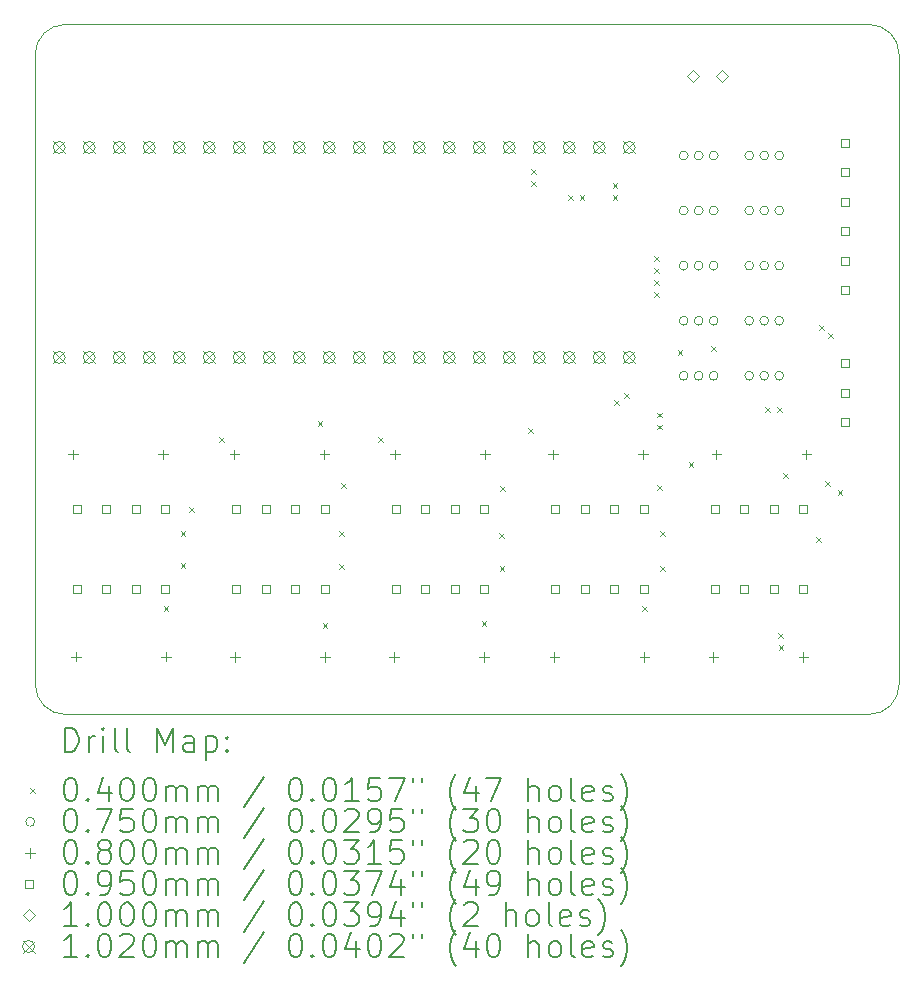
<source format=gbr>
%TF.GenerationSoftware,KiCad,Pcbnew,(6.0.8)*%
%TF.CreationDate,2023-01-23T02:11:04-07:00*%
%TF.ProjectId,PicoIO-THT,5069636f-494f-42d5-9448-542e6b696361,rev?*%
%TF.SameCoordinates,Original*%
%TF.FileFunction,Drillmap*%
%TF.FilePolarity,Positive*%
%FSLAX45Y45*%
G04 Gerber Fmt 4.5, Leading zero omitted, Abs format (unit mm)*
G04 Created by KiCad (PCBNEW (6.0.8)) date 2023-01-23 02:11:04*
%MOMM*%
%LPD*%
G01*
G04 APERTURE LIST*
%ADD10C,0.100000*%
%ADD11C,0.200000*%
%ADD12C,0.040000*%
%ADD13C,0.075000*%
%ADD14C,0.080000*%
%ADD15C,0.095000*%
%ADD16C,0.102000*%
G04 APERTURE END LIST*
D10*
X10996000Y-12134100D02*
G75*
G03*
X11250000Y-12388100I254000J0D01*
G01*
X18057200Y-12388100D02*
G75*
G03*
X18311200Y-12134100I-10J254010D01*
G01*
X18311200Y-6800100D02*
G75*
G03*
X18057200Y-6546100I-254000J0D01*
G01*
X18311200Y-12134100D02*
X18311200Y-6800100D01*
X10996000Y-6800100D02*
X10996000Y-12134100D01*
X11250000Y-6546100D02*
G75*
G03*
X10996000Y-6800100I0J-254000D01*
G01*
X11250000Y-12388100D02*
X18057200Y-12388100D01*
X11250000Y-6546100D02*
X18057200Y-6546100D01*
D11*
D12*
X12083100Y-11473500D02*
X12123100Y-11513500D01*
X12123100Y-11473500D02*
X12083100Y-11513500D01*
X12228000Y-10838500D02*
X12268000Y-10878500D01*
X12268000Y-10838500D02*
X12228000Y-10878500D01*
X12228000Y-11105200D02*
X12268000Y-11145200D01*
X12268000Y-11105200D02*
X12228000Y-11145200D01*
X12300450Y-10635300D02*
X12340450Y-10675300D01*
X12340450Y-10635300D02*
X12300450Y-10675300D01*
X12553000Y-10038400D02*
X12593000Y-10078400D01*
X12593000Y-10038400D02*
X12553000Y-10078400D01*
X13388485Y-9907135D02*
X13428485Y-9947135D01*
X13428485Y-9907135D02*
X13388485Y-9947135D01*
X13429300Y-11613200D02*
X13469300Y-11653200D01*
X13469300Y-11613200D02*
X13429300Y-11653200D01*
X13568000Y-10838500D02*
X13608000Y-10878500D01*
X13608000Y-10838500D02*
X13568000Y-10878500D01*
X13569000Y-11117900D02*
X13609000Y-11157900D01*
X13609000Y-11117900D02*
X13569000Y-11157900D01*
X13588630Y-10431470D02*
X13628630Y-10471470D01*
X13628630Y-10431470D02*
X13588630Y-10471470D01*
X13900750Y-10038400D02*
X13940750Y-10078400D01*
X13940750Y-10038400D02*
X13900750Y-10078400D01*
X14775500Y-11600500D02*
X14815500Y-11640500D01*
X14815500Y-11600500D02*
X14775500Y-11640500D01*
X14926742Y-10850042D02*
X14966742Y-10890042D01*
X14966742Y-10850042D02*
X14926742Y-10890042D01*
X14927900Y-11130600D02*
X14967900Y-11170600D01*
X14967900Y-11130600D02*
X14927900Y-11170600D01*
X14931280Y-10454120D02*
X14971280Y-10494120D01*
X14971280Y-10454120D02*
X14931280Y-10494120D01*
X15170750Y-9962200D02*
X15210750Y-10002200D01*
X15210750Y-9962200D02*
X15170750Y-10002200D01*
X15194600Y-7774050D02*
X15234600Y-7814050D01*
X15234600Y-7774050D02*
X15194600Y-7814050D01*
X15194600Y-7874000D02*
X15234600Y-7914000D01*
X15234600Y-7874000D02*
X15194600Y-7914000D01*
X15505600Y-7993700D02*
X15545600Y-8033700D01*
X15545600Y-7993700D02*
X15505600Y-8033700D01*
X15605550Y-7993700D02*
X15645550Y-8033700D01*
X15645550Y-7993700D02*
X15605550Y-8033700D01*
X15885450Y-7888150D02*
X15925450Y-7928150D01*
X15925450Y-7888150D02*
X15885450Y-7928150D01*
X15885450Y-7993700D02*
X15925450Y-8033700D01*
X15925450Y-7993700D02*
X15885450Y-8033700D01*
X15899880Y-9727680D02*
X15939880Y-9767680D01*
X15939880Y-9727680D02*
X15899880Y-9767680D01*
X15981824Y-9670450D02*
X16021824Y-9710450D01*
X16021824Y-9670450D02*
X15981824Y-9710450D01*
X16134400Y-11473500D02*
X16174400Y-11513500D01*
X16174400Y-11473500D02*
X16134400Y-11513500D01*
X16236050Y-8505189D02*
X16276050Y-8545189D01*
X16276050Y-8505189D02*
X16236050Y-8545189D01*
X16237263Y-8606435D02*
X16277263Y-8646435D01*
X16277263Y-8606435D02*
X16237263Y-8646435D01*
X16237483Y-8708675D02*
X16277483Y-8748675D01*
X16277483Y-8708675D02*
X16237483Y-8748675D01*
X16237977Y-8810641D02*
X16277977Y-8850641D01*
X16277977Y-8810641D02*
X16237977Y-8850641D01*
X16259095Y-9832895D02*
X16299095Y-9872895D01*
X16299095Y-9832895D02*
X16259095Y-9872895D01*
X16259955Y-9934495D02*
X16299955Y-9974495D01*
X16299955Y-9934495D02*
X16259955Y-9974495D01*
X16261680Y-10444520D02*
X16301680Y-10484520D01*
X16301680Y-10444520D02*
X16261680Y-10484520D01*
X16288000Y-10838500D02*
X16328000Y-10878500D01*
X16328000Y-10838500D02*
X16288000Y-10878500D01*
X16288000Y-11130600D02*
X16328000Y-11170600D01*
X16328000Y-11130600D02*
X16288000Y-11170600D01*
X16435450Y-9305550D02*
X16475450Y-9345550D01*
X16475450Y-9305550D02*
X16435450Y-9345550D01*
X16528000Y-10253300D02*
X16568000Y-10293300D01*
X16568000Y-10253300D02*
X16528000Y-10293300D01*
X16718600Y-9272650D02*
X16758600Y-9312650D01*
X16758600Y-9272650D02*
X16718600Y-9312650D01*
X17177450Y-9784400D02*
X17217450Y-9824400D01*
X17217450Y-9784400D02*
X17177450Y-9824400D01*
X17277400Y-9784400D02*
X17317400Y-9824400D01*
X17317400Y-9784400D02*
X17277400Y-9824400D01*
X17289105Y-11701375D02*
X17329105Y-11741375D01*
X17329105Y-11701375D02*
X17289105Y-11741375D01*
X17291605Y-11801335D02*
X17331605Y-11841335D01*
X17331605Y-11801335D02*
X17291605Y-11841335D01*
X17327770Y-10343630D02*
X17367770Y-10383630D01*
X17367770Y-10343630D02*
X17327770Y-10383630D01*
X17607600Y-10888350D02*
X17647600Y-10928350D01*
X17647600Y-10888350D02*
X17607600Y-10928350D01*
X17633000Y-9089723D02*
X17673000Y-9129723D01*
X17673000Y-9089723D02*
X17633000Y-9129723D01*
X17683800Y-10415650D02*
X17723800Y-10455650D01*
X17723800Y-10415650D02*
X17683800Y-10455650D01*
X17709200Y-9159350D02*
X17749200Y-9199350D01*
X17749200Y-9159350D02*
X17709200Y-9199350D01*
X17790650Y-10488091D02*
X17830650Y-10528091D01*
X17830650Y-10488091D02*
X17790650Y-10528091D01*
D13*
X16523400Y-8588000D02*
G75*
G03*
X16523400Y-8588000I-37500J0D01*
G01*
X16523400Y-9520000D02*
G75*
G03*
X16523400Y-9520000I-37500J0D01*
G01*
X16523500Y-7656000D02*
G75*
G03*
X16523500Y-7656000I-37500J0D01*
G01*
X16523500Y-8122000D02*
G75*
G03*
X16523500Y-8122000I-37500J0D01*
G01*
X16523500Y-9054000D02*
G75*
G03*
X16523500Y-9054000I-37500J0D01*
G01*
X16650400Y-8588000D02*
G75*
G03*
X16650400Y-8588000I-37500J0D01*
G01*
X16650400Y-9520000D02*
G75*
G03*
X16650400Y-9520000I-37500J0D01*
G01*
X16650500Y-7656000D02*
G75*
G03*
X16650500Y-7656000I-37500J0D01*
G01*
X16650500Y-8122000D02*
G75*
G03*
X16650500Y-8122000I-37500J0D01*
G01*
X16650500Y-9054000D02*
G75*
G03*
X16650500Y-9054000I-37500J0D01*
G01*
X16777400Y-8588000D02*
G75*
G03*
X16777400Y-8588000I-37500J0D01*
G01*
X16777400Y-9520000D02*
G75*
G03*
X16777400Y-9520000I-37500J0D01*
G01*
X16777500Y-7656000D02*
G75*
G03*
X16777500Y-7656000I-37500J0D01*
G01*
X16777500Y-8122000D02*
G75*
G03*
X16777500Y-8122000I-37500J0D01*
G01*
X16777500Y-9054000D02*
G75*
G03*
X16777500Y-9054000I-37500J0D01*
G01*
X17079500Y-7656000D02*
G75*
G03*
X17079500Y-7656000I-37500J0D01*
G01*
X17079500Y-8122000D02*
G75*
G03*
X17079500Y-8122000I-37500J0D01*
G01*
X17079500Y-8588000D02*
G75*
G03*
X17079500Y-8588000I-37500J0D01*
G01*
X17079500Y-9520000D02*
G75*
G03*
X17079500Y-9520000I-37500J0D01*
G01*
X17079680Y-9054000D02*
G75*
G03*
X17079680Y-9054000I-37500J0D01*
G01*
X17206500Y-7656000D02*
G75*
G03*
X17206500Y-7656000I-37500J0D01*
G01*
X17206500Y-8122000D02*
G75*
G03*
X17206500Y-8122000I-37500J0D01*
G01*
X17206500Y-8588000D02*
G75*
G03*
X17206500Y-8588000I-37500J0D01*
G01*
X17206500Y-9520000D02*
G75*
G03*
X17206500Y-9520000I-37500J0D01*
G01*
X17206680Y-9054000D02*
G75*
G03*
X17206680Y-9054000I-37500J0D01*
G01*
X17333500Y-7656000D02*
G75*
G03*
X17333500Y-7656000I-37500J0D01*
G01*
X17333500Y-8122000D02*
G75*
G03*
X17333500Y-8122000I-37500J0D01*
G01*
X17333500Y-8588000D02*
G75*
G03*
X17333500Y-8588000I-37500J0D01*
G01*
X17333500Y-9520000D02*
G75*
G03*
X17333500Y-9520000I-37500J0D01*
G01*
X17333680Y-9054000D02*
G75*
G03*
X17333680Y-9054000I-37500J0D01*
G01*
D14*
X11315700Y-10145000D02*
X11315700Y-10225000D01*
X11275700Y-10185000D02*
X11355700Y-10185000D01*
X11341000Y-11859000D02*
X11341000Y-11939000D01*
X11301000Y-11899000D02*
X11381000Y-11899000D01*
X12077700Y-10145000D02*
X12077700Y-10225000D01*
X12037700Y-10185000D02*
X12117700Y-10185000D01*
X12103000Y-11859000D02*
X12103000Y-11939000D01*
X12063000Y-11899000D02*
X12143000Y-11899000D01*
X12681500Y-10145000D02*
X12681500Y-10225000D01*
X12641500Y-10185000D02*
X12721500Y-10185000D01*
X12688000Y-11859900D02*
X12688000Y-11939900D01*
X12648000Y-11899900D02*
X12728000Y-11899900D01*
X13443500Y-10145000D02*
X13443500Y-10225000D01*
X13403500Y-10185000D02*
X13483500Y-10185000D01*
X13450000Y-11859900D02*
X13450000Y-11939900D01*
X13410000Y-11899900D02*
X13490000Y-11899900D01*
X14033500Y-11859900D02*
X14033500Y-11939900D01*
X13993500Y-11899900D02*
X14073500Y-11899900D01*
X14042500Y-10145000D02*
X14042500Y-10225000D01*
X14002500Y-10185000D02*
X14082500Y-10185000D01*
X14795500Y-11859900D02*
X14795500Y-11939900D01*
X14755500Y-11899900D02*
X14835500Y-11899900D01*
X14804500Y-10145000D02*
X14804500Y-10225000D01*
X14764500Y-10185000D02*
X14844500Y-10185000D01*
X15379000Y-10145000D02*
X15379000Y-10225000D01*
X15339000Y-10185000D02*
X15419000Y-10185000D01*
X15392400Y-11859900D02*
X15392400Y-11939900D01*
X15352400Y-11899900D02*
X15432400Y-11899900D01*
X16141000Y-10145000D02*
X16141000Y-10225000D01*
X16101000Y-10185000D02*
X16181000Y-10185000D01*
X16154400Y-11859900D02*
X16154400Y-11939900D01*
X16114400Y-11899900D02*
X16194400Y-11899900D01*
X16738600Y-11859900D02*
X16738600Y-11939900D01*
X16698600Y-11899900D02*
X16778600Y-11899900D01*
X16764000Y-10145000D02*
X16764000Y-10225000D01*
X16724000Y-10185000D02*
X16804000Y-10185000D01*
X17500600Y-11859900D02*
X17500600Y-11939900D01*
X17460600Y-11899900D02*
X17540600Y-11899900D01*
X17526000Y-10145000D02*
X17526000Y-10225000D01*
X17486000Y-10185000D02*
X17566000Y-10185000D01*
D15*
X11381588Y-10684388D02*
X11381588Y-10617212D01*
X11314412Y-10617212D01*
X11314412Y-10684388D01*
X11381588Y-10684388D01*
X11381588Y-11361888D02*
X11381588Y-11294712D01*
X11314412Y-11294712D01*
X11314412Y-11361888D01*
X11381588Y-11361888D01*
X11631588Y-10684388D02*
X11631588Y-10617212D01*
X11564412Y-10617212D01*
X11564412Y-10684388D01*
X11631588Y-10684388D01*
X11631588Y-11361888D02*
X11631588Y-11294712D01*
X11564412Y-11294712D01*
X11564412Y-11361888D01*
X11631588Y-11361888D01*
X11881588Y-10684388D02*
X11881588Y-10617212D01*
X11814412Y-10617212D01*
X11814412Y-10684388D01*
X11881588Y-10684388D01*
X11881588Y-11361888D02*
X11881588Y-11294712D01*
X11814412Y-11294712D01*
X11814412Y-11361888D01*
X11881588Y-11361888D01*
X12131588Y-10684388D02*
X12131588Y-10617212D01*
X12064412Y-10617212D01*
X12064412Y-10684388D01*
X12131588Y-10684388D01*
X12131588Y-11361888D02*
X12131588Y-11294712D01*
X12064412Y-11294712D01*
X12064412Y-11361888D01*
X12131588Y-11361888D01*
X12731588Y-10684388D02*
X12731588Y-10617212D01*
X12664412Y-10617212D01*
X12664412Y-10684388D01*
X12731588Y-10684388D01*
X12731588Y-11361888D02*
X12731588Y-11294712D01*
X12664412Y-11294712D01*
X12664412Y-11361888D01*
X12731588Y-11361888D01*
X12981588Y-10684388D02*
X12981588Y-10617212D01*
X12914412Y-10617212D01*
X12914412Y-10684388D01*
X12981588Y-10684388D01*
X12981588Y-11361888D02*
X12981588Y-11294712D01*
X12914412Y-11294712D01*
X12914412Y-11361888D01*
X12981588Y-11361888D01*
X13231588Y-10684388D02*
X13231588Y-10617212D01*
X13164412Y-10617212D01*
X13164412Y-10684388D01*
X13231588Y-10684388D01*
X13231588Y-11361888D02*
X13231588Y-11294712D01*
X13164412Y-11294712D01*
X13164412Y-11361888D01*
X13231588Y-11361888D01*
X13481588Y-10684388D02*
X13481588Y-10617212D01*
X13414412Y-10617212D01*
X13414412Y-10684388D01*
X13481588Y-10684388D01*
X13481588Y-11361888D02*
X13481588Y-11294712D01*
X13414412Y-11294712D01*
X13414412Y-11361888D01*
X13481588Y-11361888D01*
X14081588Y-10684388D02*
X14081588Y-10617212D01*
X14014412Y-10617212D01*
X14014412Y-10684388D01*
X14081588Y-10684388D01*
X14081588Y-11361888D02*
X14081588Y-11294712D01*
X14014412Y-11294712D01*
X14014412Y-11361888D01*
X14081588Y-11361888D01*
X14331588Y-10684388D02*
X14331588Y-10617212D01*
X14264412Y-10617212D01*
X14264412Y-10684388D01*
X14331588Y-10684388D01*
X14331588Y-11361888D02*
X14331588Y-11294712D01*
X14264412Y-11294712D01*
X14264412Y-11361888D01*
X14331588Y-11361888D01*
X14581588Y-10684388D02*
X14581588Y-10617212D01*
X14514412Y-10617212D01*
X14514412Y-10684388D01*
X14581588Y-10684388D01*
X14581588Y-11361888D02*
X14581588Y-11294712D01*
X14514412Y-11294712D01*
X14514412Y-11361888D01*
X14581588Y-11361888D01*
X14831588Y-10684388D02*
X14831588Y-10617212D01*
X14764412Y-10617212D01*
X14764412Y-10684388D01*
X14831588Y-10684388D01*
X14831588Y-11361888D02*
X14831588Y-11294712D01*
X14764412Y-11294712D01*
X14764412Y-11361888D01*
X14831588Y-11361888D01*
X15431588Y-10684388D02*
X15431588Y-10617212D01*
X15364412Y-10617212D01*
X15364412Y-10684388D01*
X15431588Y-10684388D01*
X15431588Y-11361888D02*
X15431588Y-11294712D01*
X15364412Y-11294712D01*
X15364412Y-11361888D01*
X15431588Y-11361888D01*
X15681588Y-10684388D02*
X15681588Y-10617212D01*
X15614412Y-10617212D01*
X15614412Y-10684388D01*
X15681588Y-10684388D01*
X15681588Y-11361888D02*
X15681588Y-11294712D01*
X15614412Y-11294712D01*
X15614412Y-11361888D01*
X15681588Y-11361888D01*
X15931588Y-10684388D02*
X15931588Y-10617212D01*
X15864412Y-10617212D01*
X15864412Y-10684388D01*
X15931588Y-10684388D01*
X15931588Y-11361888D02*
X15931588Y-11294712D01*
X15864412Y-11294712D01*
X15864412Y-11361888D01*
X15931588Y-11361888D01*
X16181588Y-10684388D02*
X16181588Y-10617212D01*
X16114412Y-10617212D01*
X16114412Y-10684388D01*
X16181588Y-10684388D01*
X16181588Y-11361888D02*
X16181588Y-11294712D01*
X16114412Y-11294712D01*
X16114412Y-11361888D01*
X16181588Y-11361888D01*
X16781588Y-10684388D02*
X16781588Y-10617212D01*
X16714412Y-10617212D01*
X16714412Y-10684388D01*
X16781588Y-10684388D01*
X16781588Y-11361888D02*
X16781588Y-11294712D01*
X16714412Y-11294712D01*
X16714412Y-11361888D01*
X16781588Y-11361888D01*
X17031588Y-10684388D02*
X17031588Y-10617212D01*
X16964412Y-10617212D01*
X16964412Y-10684388D01*
X17031588Y-10684388D01*
X17031588Y-11361888D02*
X17031588Y-11294712D01*
X16964412Y-11294712D01*
X16964412Y-11361888D01*
X17031588Y-11361888D01*
X17281588Y-10684388D02*
X17281588Y-10617212D01*
X17214412Y-10617212D01*
X17214412Y-10684388D01*
X17281588Y-10684388D01*
X17281588Y-11361888D02*
X17281588Y-11294712D01*
X17214412Y-11294712D01*
X17214412Y-11361888D01*
X17281588Y-11361888D01*
X17531588Y-10684388D02*
X17531588Y-10617212D01*
X17464412Y-10617212D01*
X17464412Y-10684388D01*
X17531588Y-10684388D01*
X17531588Y-11361888D02*
X17531588Y-11294712D01*
X17464412Y-11294712D01*
X17464412Y-11361888D01*
X17531588Y-11361888D01*
X17885888Y-9447888D02*
X17885888Y-9380712D01*
X17818712Y-9380712D01*
X17818712Y-9447888D01*
X17885888Y-9447888D01*
X17885888Y-9697888D02*
X17885888Y-9630712D01*
X17818712Y-9630712D01*
X17818712Y-9697888D01*
X17885888Y-9697888D01*
X17885888Y-9947888D02*
X17885888Y-9880712D01*
X17818712Y-9880712D01*
X17818712Y-9947888D01*
X17885888Y-9947888D01*
X17887588Y-7580288D02*
X17887588Y-7513112D01*
X17820412Y-7513112D01*
X17820412Y-7580288D01*
X17887588Y-7580288D01*
X17887588Y-7830288D02*
X17887588Y-7763112D01*
X17820412Y-7763112D01*
X17820412Y-7830288D01*
X17887588Y-7830288D01*
X17887588Y-8080288D02*
X17887588Y-8013112D01*
X17820412Y-8013112D01*
X17820412Y-8080288D01*
X17887588Y-8080288D01*
X17887588Y-8330288D02*
X17887588Y-8263112D01*
X17820412Y-8263112D01*
X17820412Y-8330288D01*
X17887588Y-8330288D01*
X17887588Y-8580288D02*
X17887588Y-8513112D01*
X17820412Y-8513112D01*
X17820412Y-8580288D01*
X17887588Y-8580288D01*
X17887588Y-8830288D02*
X17887588Y-8763112D01*
X17820412Y-8763112D01*
X17820412Y-8830288D01*
X17887588Y-8830288D01*
D10*
X16562600Y-7029600D02*
X16612600Y-6979600D01*
X16562600Y-6929600D01*
X16512600Y-6979600D01*
X16562600Y-7029600D01*
X16812600Y-7029600D02*
X16862600Y-6979600D01*
X16812600Y-6929600D01*
X16762600Y-6979600D01*
X16812600Y-7029600D01*
D16*
X11148200Y-7536500D02*
X11250200Y-7638500D01*
X11250200Y-7536500D02*
X11148200Y-7638500D01*
X11250200Y-7587500D02*
G75*
G03*
X11250200Y-7587500I-51000J0D01*
G01*
X11148200Y-9314500D02*
X11250200Y-9416500D01*
X11250200Y-9314500D02*
X11148200Y-9416500D01*
X11250200Y-9365500D02*
G75*
G03*
X11250200Y-9365500I-51000J0D01*
G01*
X11402200Y-7536500D02*
X11504200Y-7638500D01*
X11504200Y-7536500D02*
X11402200Y-7638500D01*
X11504200Y-7587500D02*
G75*
G03*
X11504200Y-7587500I-51000J0D01*
G01*
X11402200Y-9314500D02*
X11504200Y-9416500D01*
X11504200Y-9314500D02*
X11402200Y-9416500D01*
X11504200Y-9365500D02*
G75*
G03*
X11504200Y-9365500I-51000J0D01*
G01*
X11656200Y-7536500D02*
X11758200Y-7638500D01*
X11758200Y-7536500D02*
X11656200Y-7638500D01*
X11758200Y-7587500D02*
G75*
G03*
X11758200Y-7587500I-51000J0D01*
G01*
X11656200Y-9314500D02*
X11758200Y-9416500D01*
X11758200Y-9314500D02*
X11656200Y-9416500D01*
X11758200Y-9365500D02*
G75*
G03*
X11758200Y-9365500I-51000J0D01*
G01*
X11910200Y-7536500D02*
X12012200Y-7638500D01*
X12012200Y-7536500D02*
X11910200Y-7638500D01*
X12012200Y-7587500D02*
G75*
G03*
X12012200Y-7587500I-51000J0D01*
G01*
X11910200Y-9314500D02*
X12012200Y-9416500D01*
X12012200Y-9314500D02*
X11910200Y-9416500D01*
X12012200Y-9365500D02*
G75*
G03*
X12012200Y-9365500I-51000J0D01*
G01*
X12164200Y-7536500D02*
X12266200Y-7638500D01*
X12266200Y-7536500D02*
X12164200Y-7638500D01*
X12266200Y-7587500D02*
G75*
G03*
X12266200Y-7587500I-51000J0D01*
G01*
X12164200Y-9314500D02*
X12266200Y-9416500D01*
X12266200Y-9314500D02*
X12164200Y-9416500D01*
X12266200Y-9365500D02*
G75*
G03*
X12266200Y-9365500I-51000J0D01*
G01*
X12418200Y-7536500D02*
X12520200Y-7638500D01*
X12520200Y-7536500D02*
X12418200Y-7638500D01*
X12520200Y-7587500D02*
G75*
G03*
X12520200Y-7587500I-51000J0D01*
G01*
X12418200Y-9314500D02*
X12520200Y-9416500D01*
X12520200Y-9314500D02*
X12418200Y-9416500D01*
X12520200Y-9365500D02*
G75*
G03*
X12520200Y-9365500I-51000J0D01*
G01*
X12672200Y-7536500D02*
X12774200Y-7638500D01*
X12774200Y-7536500D02*
X12672200Y-7638500D01*
X12774200Y-7587500D02*
G75*
G03*
X12774200Y-7587500I-51000J0D01*
G01*
X12672200Y-9314500D02*
X12774200Y-9416500D01*
X12774200Y-9314500D02*
X12672200Y-9416500D01*
X12774200Y-9365500D02*
G75*
G03*
X12774200Y-9365500I-51000J0D01*
G01*
X12926200Y-7536500D02*
X13028200Y-7638500D01*
X13028200Y-7536500D02*
X12926200Y-7638500D01*
X13028200Y-7587500D02*
G75*
G03*
X13028200Y-7587500I-51000J0D01*
G01*
X12926200Y-9314500D02*
X13028200Y-9416500D01*
X13028200Y-9314500D02*
X12926200Y-9416500D01*
X13028200Y-9365500D02*
G75*
G03*
X13028200Y-9365500I-51000J0D01*
G01*
X13180200Y-7536500D02*
X13282200Y-7638500D01*
X13282200Y-7536500D02*
X13180200Y-7638500D01*
X13282200Y-7587500D02*
G75*
G03*
X13282200Y-7587500I-51000J0D01*
G01*
X13180200Y-9314500D02*
X13282200Y-9416500D01*
X13282200Y-9314500D02*
X13180200Y-9416500D01*
X13282200Y-9365500D02*
G75*
G03*
X13282200Y-9365500I-51000J0D01*
G01*
X13434200Y-7536500D02*
X13536200Y-7638500D01*
X13536200Y-7536500D02*
X13434200Y-7638500D01*
X13536200Y-7587500D02*
G75*
G03*
X13536200Y-7587500I-51000J0D01*
G01*
X13434200Y-9314500D02*
X13536200Y-9416500D01*
X13536200Y-9314500D02*
X13434200Y-9416500D01*
X13536200Y-9365500D02*
G75*
G03*
X13536200Y-9365500I-51000J0D01*
G01*
X13688200Y-7536500D02*
X13790200Y-7638500D01*
X13790200Y-7536500D02*
X13688200Y-7638500D01*
X13790200Y-7587500D02*
G75*
G03*
X13790200Y-7587500I-51000J0D01*
G01*
X13688200Y-9314500D02*
X13790200Y-9416500D01*
X13790200Y-9314500D02*
X13688200Y-9416500D01*
X13790200Y-9365500D02*
G75*
G03*
X13790200Y-9365500I-51000J0D01*
G01*
X13942200Y-7536500D02*
X14044200Y-7638500D01*
X14044200Y-7536500D02*
X13942200Y-7638500D01*
X14044200Y-7587500D02*
G75*
G03*
X14044200Y-7587500I-51000J0D01*
G01*
X13942200Y-9314500D02*
X14044200Y-9416500D01*
X14044200Y-9314500D02*
X13942200Y-9416500D01*
X14044200Y-9365500D02*
G75*
G03*
X14044200Y-9365500I-51000J0D01*
G01*
X14196200Y-7536500D02*
X14298200Y-7638500D01*
X14298200Y-7536500D02*
X14196200Y-7638500D01*
X14298200Y-7587500D02*
G75*
G03*
X14298200Y-7587500I-51000J0D01*
G01*
X14196200Y-9314500D02*
X14298200Y-9416500D01*
X14298200Y-9314500D02*
X14196200Y-9416500D01*
X14298200Y-9365500D02*
G75*
G03*
X14298200Y-9365500I-51000J0D01*
G01*
X14450200Y-7536500D02*
X14552200Y-7638500D01*
X14552200Y-7536500D02*
X14450200Y-7638500D01*
X14552200Y-7587500D02*
G75*
G03*
X14552200Y-7587500I-51000J0D01*
G01*
X14450200Y-9314500D02*
X14552200Y-9416500D01*
X14552200Y-9314500D02*
X14450200Y-9416500D01*
X14552200Y-9365500D02*
G75*
G03*
X14552200Y-9365500I-51000J0D01*
G01*
X14704200Y-7536500D02*
X14806200Y-7638500D01*
X14806200Y-7536500D02*
X14704200Y-7638500D01*
X14806200Y-7587500D02*
G75*
G03*
X14806200Y-7587500I-51000J0D01*
G01*
X14704200Y-9314500D02*
X14806200Y-9416500D01*
X14806200Y-9314500D02*
X14704200Y-9416500D01*
X14806200Y-9365500D02*
G75*
G03*
X14806200Y-9365500I-51000J0D01*
G01*
X14958200Y-7536500D02*
X15060200Y-7638500D01*
X15060200Y-7536500D02*
X14958200Y-7638500D01*
X15060200Y-7587500D02*
G75*
G03*
X15060200Y-7587500I-51000J0D01*
G01*
X14958200Y-9314500D02*
X15060200Y-9416500D01*
X15060200Y-9314500D02*
X14958200Y-9416500D01*
X15060200Y-9365500D02*
G75*
G03*
X15060200Y-9365500I-51000J0D01*
G01*
X15212200Y-7536500D02*
X15314200Y-7638500D01*
X15314200Y-7536500D02*
X15212200Y-7638500D01*
X15314200Y-7587500D02*
G75*
G03*
X15314200Y-7587500I-51000J0D01*
G01*
X15212200Y-9314500D02*
X15314200Y-9416500D01*
X15314200Y-9314500D02*
X15212200Y-9416500D01*
X15314200Y-9365500D02*
G75*
G03*
X15314200Y-9365500I-51000J0D01*
G01*
X15466200Y-7536500D02*
X15568200Y-7638500D01*
X15568200Y-7536500D02*
X15466200Y-7638500D01*
X15568200Y-7587500D02*
G75*
G03*
X15568200Y-7587500I-51000J0D01*
G01*
X15466200Y-9314500D02*
X15568200Y-9416500D01*
X15568200Y-9314500D02*
X15466200Y-9416500D01*
X15568200Y-9365500D02*
G75*
G03*
X15568200Y-9365500I-51000J0D01*
G01*
X15720200Y-7536500D02*
X15822200Y-7638500D01*
X15822200Y-7536500D02*
X15720200Y-7638500D01*
X15822200Y-7587500D02*
G75*
G03*
X15822200Y-7587500I-51000J0D01*
G01*
X15720200Y-9314500D02*
X15822200Y-9416500D01*
X15822200Y-9314500D02*
X15720200Y-9416500D01*
X15822200Y-9365500D02*
G75*
G03*
X15822200Y-9365500I-51000J0D01*
G01*
X15974200Y-7536500D02*
X16076200Y-7638500D01*
X16076200Y-7536500D02*
X15974200Y-7638500D01*
X16076200Y-7587500D02*
G75*
G03*
X16076200Y-7587500I-51000J0D01*
G01*
X15974200Y-9314500D02*
X16076200Y-9416500D01*
X16076200Y-9314500D02*
X15974200Y-9416500D01*
X16076200Y-9365500D02*
G75*
G03*
X16076200Y-9365500I-51000J0D01*
G01*
D11*
X11248619Y-12703576D02*
X11248619Y-12503576D01*
X11296238Y-12503576D01*
X11324809Y-12513100D01*
X11343857Y-12532148D01*
X11353381Y-12551195D01*
X11362905Y-12589290D01*
X11362905Y-12617862D01*
X11353381Y-12655957D01*
X11343857Y-12675005D01*
X11324809Y-12694052D01*
X11296238Y-12703576D01*
X11248619Y-12703576D01*
X11448619Y-12703576D02*
X11448619Y-12570243D01*
X11448619Y-12608338D02*
X11458143Y-12589290D01*
X11467667Y-12579767D01*
X11486714Y-12570243D01*
X11505762Y-12570243D01*
X11572428Y-12703576D02*
X11572428Y-12570243D01*
X11572428Y-12503576D02*
X11562905Y-12513100D01*
X11572428Y-12522624D01*
X11581952Y-12513100D01*
X11572428Y-12503576D01*
X11572428Y-12522624D01*
X11696238Y-12703576D02*
X11677190Y-12694052D01*
X11667667Y-12675005D01*
X11667667Y-12503576D01*
X11801000Y-12703576D02*
X11781952Y-12694052D01*
X11772428Y-12675005D01*
X11772428Y-12503576D01*
X12029571Y-12703576D02*
X12029571Y-12503576D01*
X12096238Y-12646433D01*
X12162905Y-12503576D01*
X12162905Y-12703576D01*
X12343857Y-12703576D02*
X12343857Y-12598814D01*
X12334333Y-12579767D01*
X12315286Y-12570243D01*
X12277190Y-12570243D01*
X12258143Y-12579767D01*
X12343857Y-12694052D02*
X12324809Y-12703576D01*
X12277190Y-12703576D01*
X12258143Y-12694052D01*
X12248619Y-12675005D01*
X12248619Y-12655957D01*
X12258143Y-12636909D01*
X12277190Y-12627386D01*
X12324809Y-12627386D01*
X12343857Y-12617862D01*
X12439095Y-12570243D02*
X12439095Y-12770243D01*
X12439095Y-12579767D02*
X12458143Y-12570243D01*
X12496238Y-12570243D01*
X12515286Y-12579767D01*
X12524809Y-12589290D01*
X12534333Y-12608338D01*
X12534333Y-12665481D01*
X12524809Y-12684528D01*
X12515286Y-12694052D01*
X12496238Y-12703576D01*
X12458143Y-12703576D01*
X12439095Y-12694052D01*
X12620048Y-12684528D02*
X12629571Y-12694052D01*
X12620048Y-12703576D01*
X12610524Y-12694052D01*
X12620048Y-12684528D01*
X12620048Y-12703576D01*
X12620048Y-12579767D02*
X12629571Y-12589290D01*
X12620048Y-12598814D01*
X12610524Y-12589290D01*
X12620048Y-12579767D01*
X12620048Y-12598814D01*
D12*
X10951000Y-13013100D02*
X10991000Y-13053100D01*
X10991000Y-13013100D02*
X10951000Y-13053100D01*
D11*
X11286714Y-12923576D02*
X11305762Y-12923576D01*
X11324809Y-12933100D01*
X11334333Y-12942624D01*
X11343857Y-12961671D01*
X11353381Y-12999767D01*
X11353381Y-13047386D01*
X11343857Y-13085481D01*
X11334333Y-13104528D01*
X11324809Y-13114052D01*
X11305762Y-13123576D01*
X11286714Y-13123576D01*
X11267667Y-13114052D01*
X11258143Y-13104528D01*
X11248619Y-13085481D01*
X11239095Y-13047386D01*
X11239095Y-12999767D01*
X11248619Y-12961671D01*
X11258143Y-12942624D01*
X11267667Y-12933100D01*
X11286714Y-12923576D01*
X11439095Y-13104528D02*
X11448619Y-13114052D01*
X11439095Y-13123576D01*
X11429571Y-13114052D01*
X11439095Y-13104528D01*
X11439095Y-13123576D01*
X11620048Y-12990243D02*
X11620048Y-13123576D01*
X11572428Y-12914052D02*
X11524809Y-13056909D01*
X11648619Y-13056909D01*
X11762905Y-12923576D02*
X11781952Y-12923576D01*
X11801000Y-12933100D01*
X11810524Y-12942624D01*
X11820048Y-12961671D01*
X11829571Y-12999767D01*
X11829571Y-13047386D01*
X11820048Y-13085481D01*
X11810524Y-13104528D01*
X11801000Y-13114052D01*
X11781952Y-13123576D01*
X11762905Y-13123576D01*
X11743857Y-13114052D01*
X11734333Y-13104528D01*
X11724809Y-13085481D01*
X11715286Y-13047386D01*
X11715286Y-12999767D01*
X11724809Y-12961671D01*
X11734333Y-12942624D01*
X11743857Y-12933100D01*
X11762905Y-12923576D01*
X11953381Y-12923576D02*
X11972428Y-12923576D01*
X11991476Y-12933100D01*
X12001000Y-12942624D01*
X12010524Y-12961671D01*
X12020048Y-12999767D01*
X12020048Y-13047386D01*
X12010524Y-13085481D01*
X12001000Y-13104528D01*
X11991476Y-13114052D01*
X11972428Y-13123576D01*
X11953381Y-13123576D01*
X11934333Y-13114052D01*
X11924809Y-13104528D01*
X11915286Y-13085481D01*
X11905762Y-13047386D01*
X11905762Y-12999767D01*
X11915286Y-12961671D01*
X11924809Y-12942624D01*
X11934333Y-12933100D01*
X11953381Y-12923576D01*
X12105762Y-13123576D02*
X12105762Y-12990243D01*
X12105762Y-13009290D02*
X12115286Y-12999767D01*
X12134333Y-12990243D01*
X12162905Y-12990243D01*
X12181952Y-12999767D01*
X12191476Y-13018814D01*
X12191476Y-13123576D01*
X12191476Y-13018814D02*
X12201000Y-12999767D01*
X12220048Y-12990243D01*
X12248619Y-12990243D01*
X12267667Y-12999767D01*
X12277190Y-13018814D01*
X12277190Y-13123576D01*
X12372428Y-13123576D02*
X12372428Y-12990243D01*
X12372428Y-13009290D02*
X12381952Y-12999767D01*
X12401000Y-12990243D01*
X12429571Y-12990243D01*
X12448619Y-12999767D01*
X12458143Y-13018814D01*
X12458143Y-13123576D01*
X12458143Y-13018814D02*
X12467667Y-12999767D01*
X12486714Y-12990243D01*
X12515286Y-12990243D01*
X12534333Y-12999767D01*
X12543857Y-13018814D01*
X12543857Y-13123576D01*
X12934333Y-12914052D02*
X12762905Y-13171195D01*
X13191476Y-12923576D02*
X13210524Y-12923576D01*
X13229571Y-12933100D01*
X13239095Y-12942624D01*
X13248619Y-12961671D01*
X13258143Y-12999767D01*
X13258143Y-13047386D01*
X13248619Y-13085481D01*
X13239095Y-13104528D01*
X13229571Y-13114052D01*
X13210524Y-13123576D01*
X13191476Y-13123576D01*
X13172428Y-13114052D01*
X13162905Y-13104528D01*
X13153381Y-13085481D01*
X13143857Y-13047386D01*
X13143857Y-12999767D01*
X13153381Y-12961671D01*
X13162905Y-12942624D01*
X13172428Y-12933100D01*
X13191476Y-12923576D01*
X13343857Y-13104528D02*
X13353381Y-13114052D01*
X13343857Y-13123576D01*
X13334333Y-13114052D01*
X13343857Y-13104528D01*
X13343857Y-13123576D01*
X13477190Y-12923576D02*
X13496238Y-12923576D01*
X13515286Y-12933100D01*
X13524809Y-12942624D01*
X13534333Y-12961671D01*
X13543857Y-12999767D01*
X13543857Y-13047386D01*
X13534333Y-13085481D01*
X13524809Y-13104528D01*
X13515286Y-13114052D01*
X13496238Y-13123576D01*
X13477190Y-13123576D01*
X13458143Y-13114052D01*
X13448619Y-13104528D01*
X13439095Y-13085481D01*
X13429571Y-13047386D01*
X13429571Y-12999767D01*
X13439095Y-12961671D01*
X13448619Y-12942624D01*
X13458143Y-12933100D01*
X13477190Y-12923576D01*
X13734333Y-13123576D02*
X13620048Y-13123576D01*
X13677190Y-13123576D02*
X13677190Y-12923576D01*
X13658143Y-12952148D01*
X13639095Y-12971195D01*
X13620048Y-12980719D01*
X13915286Y-12923576D02*
X13820048Y-12923576D01*
X13810524Y-13018814D01*
X13820048Y-13009290D01*
X13839095Y-12999767D01*
X13886714Y-12999767D01*
X13905762Y-13009290D01*
X13915286Y-13018814D01*
X13924809Y-13037862D01*
X13924809Y-13085481D01*
X13915286Y-13104528D01*
X13905762Y-13114052D01*
X13886714Y-13123576D01*
X13839095Y-13123576D01*
X13820048Y-13114052D01*
X13810524Y-13104528D01*
X13991476Y-12923576D02*
X14124809Y-12923576D01*
X14039095Y-13123576D01*
X14191476Y-12923576D02*
X14191476Y-12961671D01*
X14267667Y-12923576D02*
X14267667Y-12961671D01*
X14562905Y-13199767D02*
X14553381Y-13190243D01*
X14534333Y-13161671D01*
X14524809Y-13142624D01*
X14515286Y-13114052D01*
X14505762Y-13066433D01*
X14505762Y-13028338D01*
X14515286Y-12980719D01*
X14524809Y-12952148D01*
X14534333Y-12933100D01*
X14553381Y-12904528D01*
X14562905Y-12895005D01*
X14724809Y-12990243D02*
X14724809Y-13123576D01*
X14677190Y-12914052D02*
X14629571Y-13056909D01*
X14753381Y-13056909D01*
X14810524Y-12923576D02*
X14943857Y-12923576D01*
X14858143Y-13123576D01*
X15172428Y-13123576D02*
X15172428Y-12923576D01*
X15258143Y-13123576D02*
X15258143Y-13018814D01*
X15248619Y-12999767D01*
X15229571Y-12990243D01*
X15201000Y-12990243D01*
X15181952Y-12999767D01*
X15172428Y-13009290D01*
X15381952Y-13123576D02*
X15362905Y-13114052D01*
X15353381Y-13104528D01*
X15343857Y-13085481D01*
X15343857Y-13028338D01*
X15353381Y-13009290D01*
X15362905Y-12999767D01*
X15381952Y-12990243D01*
X15410524Y-12990243D01*
X15429571Y-12999767D01*
X15439095Y-13009290D01*
X15448619Y-13028338D01*
X15448619Y-13085481D01*
X15439095Y-13104528D01*
X15429571Y-13114052D01*
X15410524Y-13123576D01*
X15381952Y-13123576D01*
X15562905Y-13123576D02*
X15543857Y-13114052D01*
X15534333Y-13095005D01*
X15534333Y-12923576D01*
X15715286Y-13114052D02*
X15696238Y-13123576D01*
X15658143Y-13123576D01*
X15639095Y-13114052D01*
X15629571Y-13095005D01*
X15629571Y-13018814D01*
X15639095Y-12999767D01*
X15658143Y-12990243D01*
X15696238Y-12990243D01*
X15715286Y-12999767D01*
X15724809Y-13018814D01*
X15724809Y-13037862D01*
X15629571Y-13056909D01*
X15801000Y-13114052D02*
X15820048Y-13123576D01*
X15858143Y-13123576D01*
X15877190Y-13114052D01*
X15886714Y-13095005D01*
X15886714Y-13085481D01*
X15877190Y-13066433D01*
X15858143Y-13056909D01*
X15829571Y-13056909D01*
X15810524Y-13047386D01*
X15801000Y-13028338D01*
X15801000Y-13018814D01*
X15810524Y-12999767D01*
X15829571Y-12990243D01*
X15858143Y-12990243D01*
X15877190Y-12999767D01*
X15953381Y-13199767D02*
X15962905Y-13190243D01*
X15981952Y-13161671D01*
X15991476Y-13142624D01*
X16001000Y-13114052D01*
X16010524Y-13066433D01*
X16010524Y-13028338D01*
X16001000Y-12980719D01*
X15991476Y-12952148D01*
X15981952Y-12933100D01*
X15962905Y-12904528D01*
X15953381Y-12895005D01*
D13*
X10991000Y-13297100D02*
G75*
G03*
X10991000Y-13297100I-37500J0D01*
G01*
D11*
X11286714Y-13187576D02*
X11305762Y-13187576D01*
X11324809Y-13197100D01*
X11334333Y-13206624D01*
X11343857Y-13225671D01*
X11353381Y-13263767D01*
X11353381Y-13311386D01*
X11343857Y-13349481D01*
X11334333Y-13368528D01*
X11324809Y-13378052D01*
X11305762Y-13387576D01*
X11286714Y-13387576D01*
X11267667Y-13378052D01*
X11258143Y-13368528D01*
X11248619Y-13349481D01*
X11239095Y-13311386D01*
X11239095Y-13263767D01*
X11248619Y-13225671D01*
X11258143Y-13206624D01*
X11267667Y-13197100D01*
X11286714Y-13187576D01*
X11439095Y-13368528D02*
X11448619Y-13378052D01*
X11439095Y-13387576D01*
X11429571Y-13378052D01*
X11439095Y-13368528D01*
X11439095Y-13387576D01*
X11515286Y-13187576D02*
X11648619Y-13187576D01*
X11562905Y-13387576D01*
X11820048Y-13187576D02*
X11724809Y-13187576D01*
X11715286Y-13282814D01*
X11724809Y-13273290D01*
X11743857Y-13263767D01*
X11791476Y-13263767D01*
X11810524Y-13273290D01*
X11820048Y-13282814D01*
X11829571Y-13301862D01*
X11829571Y-13349481D01*
X11820048Y-13368528D01*
X11810524Y-13378052D01*
X11791476Y-13387576D01*
X11743857Y-13387576D01*
X11724809Y-13378052D01*
X11715286Y-13368528D01*
X11953381Y-13187576D02*
X11972428Y-13187576D01*
X11991476Y-13197100D01*
X12001000Y-13206624D01*
X12010524Y-13225671D01*
X12020048Y-13263767D01*
X12020048Y-13311386D01*
X12010524Y-13349481D01*
X12001000Y-13368528D01*
X11991476Y-13378052D01*
X11972428Y-13387576D01*
X11953381Y-13387576D01*
X11934333Y-13378052D01*
X11924809Y-13368528D01*
X11915286Y-13349481D01*
X11905762Y-13311386D01*
X11905762Y-13263767D01*
X11915286Y-13225671D01*
X11924809Y-13206624D01*
X11934333Y-13197100D01*
X11953381Y-13187576D01*
X12105762Y-13387576D02*
X12105762Y-13254243D01*
X12105762Y-13273290D02*
X12115286Y-13263767D01*
X12134333Y-13254243D01*
X12162905Y-13254243D01*
X12181952Y-13263767D01*
X12191476Y-13282814D01*
X12191476Y-13387576D01*
X12191476Y-13282814D02*
X12201000Y-13263767D01*
X12220048Y-13254243D01*
X12248619Y-13254243D01*
X12267667Y-13263767D01*
X12277190Y-13282814D01*
X12277190Y-13387576D01*
X12372428Y-13387576D02*
X12372428Y-13254243D01*
X12372428Y-13273290D02*
X12381952Y-13263767D01*
X12401000Y-13254243D01*
X12429571Y-13254243D01*
X12448619Y-13263767D01*
X12458143Y-13282814D01*
X12458143Y-13387576D01*
X12458143Y-13282814D02*
X12467667Y-13263767D01*
X12486714Y-13254243D01*
X12515286Y-13254243D01*
X12534333Y-13263767D01*
X12543857Y-13282814D01*
X12543857Y-13387576D01*
X12934333Y-13178052D02*
X12762905Y-13435195D01*
X13191476Y-13187576D02*
X13210524Y-13187576D01*
X13229571Y-13197100D01*
X13239095Y-13206624D01*
X13248619Y-13225671D01*
X13258143Y-13263767D01*
X13258143Y-13311386D01*
X13248619Y-13349481D01*
X13239095Y-13368528D01*
X13229571Y-13378052D01*
X13210524Y-13387576D01*
X13191476Y-13387576D01*
X13172428Y-13378052D01*
X13162905Y-13368528D01*
X13153381Y-13349481D01*
X13143857Y-13311386D01*
X13143857Y-13263767D01*
X13153381Y-13225671D01*
X13162905Y-13206624D01*
X13172428Y-13197100D01*
X13191476Y-13187576D01*
X13343857Y-13368528D02*
X13353381Y-13378052D01*
X13343857Y-13387576D01*
X13334333Y-13378052D01*
X13343857Y-13368528D01*
X13343857Y-13387576D01*
X13477190Y-13187576D02*
X13496238Y-13187576D01*
X13515286Y-13197100D01*
X13524809Y-13206624D01*
X13534333Y-13225671D01*
X13543857Y-13263767D01*
X13543857Y-13311386D01*
X13534333Y-13349481D01*
X13524809Y-13368528D01*
X13515286Y-13378052D01*
X13496238Y-13387576D01*
X13477190Y-13387576D01*
X13458143Y-13378052D01*
X13448619Y-13368528D01*
X13439095Y-13349481D01*
X13429571Y-13311386D01*
X13429571Y-13263767D01*
X13439095Y-13225671D01*
X13448619Y-13206624D01*
X13458143Y-13197100D01*
X13477190Y-13187576D01*
X13620048Y-13206624D02*
X13629571Y-13197100D01*
X13648619Y-13187576D01*
X13696238Y-13187576D01*
X13715286Y-13197100D01*
X13724809Y-13206624D01*
X13734333Y-13225671D01*
X13734333Y-13244719D01*
X13724809Y-13273290D01*
X13610524Y-13387576D01*
X13734333Y-13387576D01*
X13829571Y-13387576D02*
X13867667Y-13387576D01*
X13886714Y-13378052D01*
X13896238Y-13368528D01*
X13915286Y-13339957D01*
X13924809Y-13301862D01*
X13924809Y-13225671D01*
X13915286Y-13206624D01*
X13905762Y-13197100D01*
X13886714Y-13187576D01*
X13848619Y-13187576D01*
X13829571Y-13197100D01*
X13820048Y-13206624D01*
X13810524Y-13225671D01*
X13810524Y-13273290D01*
X13820048Y-13292338D01*
X13829571Y-13301862D01*
X13848619Y-13311386D01*
X13886714Y-13311386D01*
X13905762Y-13301862D01*
X13915286Y-13292338D01*
X13924809Y-13273290D01*
X14105762Y-13187576D02*
X14010524Y-13187576D01*
X14001000Y-13282814D01*
X14010524Y-13273290D01*
X14029571Y-13263767D01*
X14077190Y-13263767D01*
X14096238Y-13273290D01*
X14105762Y-13282814D01*
X14115286Y-13301862D01*
X14115286Y-13349481D01*
X14105762Y-13368528D01*
X14096238Y-13378052D01*
X14077190Y-13387576D01*
X14029571Y-13387576D01*
X14010524Y-13378052D01*
X14001000Y-13368528D01*
X14191476Y-13187576D02*
X14191476Y-13225671D01*
X14267667Y-13187576D02*
X14267667Y-13225671D01*
X14562905Y-13463767D02*
X14553381Y-13454243D01*
X14534333Y-13425671D01*
X14524809Y-13406624D01*
X14515286Y-13378052D01*
X14505762Y-13330433D01*
X14505762Y-13292338D01*
X14515286Y-13244719D01*
X14524809Y-13216148D01*
X14534333Y-13197100D01*
X14553381Y-13168528D01*
X14562905Y-13159005D01*
X14620048Y-13187576D02*
X14743857Y-13187576D01*
X14677190Y-13263767D01*
X14705762Y-13263767D01*
X14724809Y-13273290D01*
X14734333Y-13282814D01*
X14743857Y-13301862D01*
X14743857Y-13349481D01*
X14734333Y-13368528D01*
X14724809Y-13378052D01*
X14705762Y-13387576D01*
X14648619Y-13387576D01*
X14629571Y-13378052D01*
X14620048Y-13368528D01*
X14867667Y-13187576D02*
X14886714Y-13187576D01*
X14905762Y-13197100D01*
X14915286Y-13206624D01*
X14924809Y-13225671D01*
X14934333Y-13263767D01*
X14934333Y-13311386D01*
X14924809Y-13349481D01*
X14915286Y-13368528D01*
X14905762Y-13378052D01*
X14886714Y-13387576D01*
X14867667Y-13387576D01*
X14848619Y-13378052D01*
X14839095Y-13368528D01*
X14829571Y-13349481D01*
X14820048Y-13311386D01*
X14820048Y-13263767D01*
X14829571Y-13225671D01*
X14839095Y-13206624D01*
X14848619Y-13197100D01*
X14867667Y-13187576D01*
X15172428Y-13387576D02*
X15172428Y-13187576D01*
X15258143Y-13387576D02*
X15258143Y-13282814D01*
X15248619Y-13263767D01*
X15229571Y-13254243D01*
X15201000Y-13254243D01*
X15181952Y-13263767D01*
X15172428Y-13273290D01*
X15381952Y-13387576D02*
X15362905Y-13378052D01*
X15353381Y-13368528D01*
X15343857Y-13349481D01*
X15343857Y-13292338D01*
X15353381Y-13273290D01*
X15362905Y-13263767D01*
X15381952Y-13254243D01*
X15410524Y-13254243D01*
X15429571Y-13263767D01*
X15439095Y-13273290D01*
X15448619Y-13292338D01*
X15448619Y-13349481D01*
X15439095Y-13368528D01*
X15429571Y-13378052D01*
X15410524Y-13387576D01*
X15381952Y-13387576D01*
X15562905Y-13387576D02*
X15543857Y-13378052D01*
X15534333Y-13359005D01*
X15534333Y-13187576D01*
X15715286Y-13378052D02*
X15696238Y-13387576D01*
X15658143Y-13387576D01*
X15639095Y-13378052D01*
X15629571Y-13359005D01*
X15629571Y-13282814D01*
X15639095Y-13263767D01*
X15658143Y-13254243D01*
X15696238Y-13254243D01*
X15715286Y-13263767D01*
X15724809Y-13282814D01*
X15724809Y-13301862D01*
X15629571Y-13320909D01*
X15801000Y-13378052D02*
X15820048Y-13387576D01*
X15858143Y-13387576D01*
X15877190Y-13378052D01*
X15886714Y-13359005D01*
X15886714Y-13349481D01*
X15877190Y-13330433D01*
X15858143Y-13320909D01*
X15829571Y-13320909D01*
X15810524Y-13311386D01*
X15801000Y-13292338D01*
X15801000Y-13282814D01*
X15810524Y-13263767D01*
X15829571Y-13254243D01*
X15858143Y-13254243D01*
X15877190Y-13263767D01*
X15953381Y-13463767D02*
X15962905Y-13454243D01*
X15981952Y-13425671D01*
X15991476Y-13406624D01*
X16001000Y-13378052D01*
X16010524Y-13330433D01*
X16010524Y-13292338D01*
X16001000Y-13244719D01*
X15991476Y-13216148D01*
X15981952Y-13197100D01*
X15962905Y-13168528D01*
X15953381Y-13159005D01*
D14*
X10951000Y-13521100D02*
X10951000Y-13601100D01*
X10911000Y-13561100D02*
X10991000Y-13561100D01*
D11*
X11286714Y-13451576D02*
X11305762Y-13451576D01*
X11324809Y-13461100D01*
X11334333Y-13470624D01*
X11343857Y-13489671D01*
X11353381Y-13527767D01*
X11353381Y-13575386D01*
X11343857Y-13613481D01*
X11334333Y-13632528D01*
X11324809Y-13642052D01*
X11305762Y-13651576D01*
X11286714Y-13651576D01*
X11267667Y-13642052D01*
X11258143Y-13632528D01*
X11248619Y-13613481D01*
X11239095Y-13575386D01*
X11239095Y-13527767D01*
X11248619Y-13489671D01*
X11258143Y-13470624D01*
X11267667Y-13461100D01*
X11286714Y-13451576D01*
X11439095Y-13632528D02*
X11448619Y-13642052D01*
X11439095Y-13651576D01*
X11429571Y-13642052D01*
X11439095Y-13632528D01*
X11439095Y-13651576D01*
X11562905Y-13537290D02*
X11543857Y-13527767D01*
X11534333Y-13518243D01*
X11524809Y-13499195D01*
X11524809Y-13489671D01*
X11534333Y-13470624D01*
X11543857Y-13461100D01*
X11562905Y-13451576D01*
X11601000Y-13451576D01*
X11620048Y-13461100D01*
X11629571Y-13470624D01*
X11639095Y-13489671D01*
X11639095Y-13499195D01*
X11629571Y-13518243D01*
X11620048Y-13527767D01*
X11601000Y-13537290D01*
X11562905Y-13537290D01*
X11543857Y-13546814D01*
X11534333Y-13556338D01*
X11524809Y-13575386D01*
X11524809Y-13613481D01*
X11534333Y-13632528D01*
X11543857Y-13642052D01*
X11562905Y-13651576D01*
X11601000Y-13651576D01*
X11620048Y-13642052D01*
X11629571Y-13632528D01*
X11639095Y-13613481D01*
X11639095Y-13575386D01*
X11629571Y-13556338D01*
X11620048Y-13546814D01*
X11601000Y-13537290D01*
X11762905Y-13451576D02*
X11781952Y-13451576D01*
X11801000Y-13461100D01*
X11810524Y-13470624D01*
X11820048Y-13489671D01*
X11829571Y-13527767D01*
X11829571Y-13575386D01*
X11820048Y-13613481D01*
X11810524Y-13632528D01*
X11801000Y-13642052D01*
X11781952Y-13651576D01*
X11762905Y-13651576D01*
X11743857Y-13642052D01*
X11734333Y-13632528D01*
X11724809Y-13613481D01*
X11715286Y-13575386D01*
X11715286Y-13527767D01*
X11724809Y-13489671D01*
X11734333Y-13470624D01*
X11743857Y-13461100D01*
X11762905Y-13451576D01*
X11953381Y-13451576D02*
X11972428Y-13451576D01*
X11991476Y-13461100D01*
X12001000Y-13470624D01*
X12010524Y-13489671D01*
X12020048Y-13527767D01*
X12020048Y-13575386D01*
X12010524Y-13613481D01*
X12001000Y-13632528D01*
X11991476Y-13642052D01*
X11972428Y-13651576D01*
X11953381Y-13651576D01*
X11934333Y-13642052D01*
X11924809Y-13632528D01*
X11915286Y-13613481D01*
X11905762Y-13575386D01*
X11905762Y-13527767D01*
X11915286Y-13489671D01*
X11924809Y-13470624D01*
X11934333Y-13461100D01*
X11953381Y-13451576D01*
X12105762Y-13651576D02*
X12105762Y-13518243D01*
X12105762Y-13537290D02*
X12115286Y-13527767D01*
X12134333Y-13518243D01*
X12162905Y-13518243D01*
X12181952Y-13527767D01*
X12191476Y-13546814D01*
X12191476Y-13651576D01*
X12191476Y-13546814D02*
X12201000Y-13527767D01*
X12220048Y-13518243D01*
X12248619Y-13518243D01*
X12267667Y-13527767D01*
X12277190Y-13546814D01*
X12277190Y-13651576D01*
X12372428Y-13651576D02*
X12372428Y-13518243D01*
X12372428Y-13537290D02*
X12381952Y-13527767D01*
X12401000Y-13518243D01*
X12429571Y-13518243D01*
X12448619Y-13527767D01*
X12458143Y-13546814D01*
X12458143Y-13651576D01*
X12458143Y-13546814D02*
X12467667Y-13527767D01*
X12486714Y-13518243D01*
X12515286Y-13518243D01*
X12534333Y-13527767D01*
X12543857Y-13546814D01*
X12543857Y-13651576D01*
X12934333Y-13442052D02*
X12762905Y-13699195D01*
X13191476Y-13451576D02*
X13210524Y-13451576D01*
X13229571Y-13461100D01*
X13239095Y-13470624D01*
X13248619Y-13489671D01*
X13258143Y-13527767D01*
X13258143Y-13575386D01*
X13248619Y-13613481D01*
X13239095Y-13632528D01*
X13229571Y-13642052D01*
X13210524Y-13651576D01*
X13191476Y-13651576D01*
X13172428Y-13642052D01*
X13162905Y-13632528D01*
X13153381Y-13613481D01*
X13143857Y-13575386D01*
X13143857Y-13527767D01*
X13153381Y-13489671D01*
X13162905Y-13470624D01*
X13172428Y-13461100D01*
X13191476Y-13451576D01*
X13343857Y-13632528D02*
X13353381Y-13642052D01*
X13343857Y-13651576D01*
X13334333Y-13642052D01*
X13343857Y-13632528D01*
X13343857Y-13651576D01*
X13477190Y-13451576D02*
X13496238Y-13451576D01*
X13515286Y-13461100D01*
X13524809Y-13470624D01*
X13534333Y-13489671D01*
X13543857Y-13527767D01*
X13543857Y-13575386D01*
X13534333Y-13613481D01*
X13524809Y-13632528D01*
X13515286Y-13642052D01*
X13496238Y-13651576D01*
X13477190Y-13651576D01*
X13458143Y-13642052D01*
X13448619Y-13632528D01*
X13439095Y-13613481D01*
X13429571Y-13575386D01*
X13429571Y-13527767D01*
X13439095Y-13489671D01*
X13448619Y-13470624D01*
X13458143Y-13461100D01*
X13477190Y-13451576D01*
X13610524Y-13451576D02*
X13734333Y-13451576D01*
X13667667Y-13527767D01*
X13696238Y-13527767D01*
X13715286Y-13537290D01*
X13724809Y-13546814D01*
X13734333Y-13565862D01*
X13734333Y-13613481D01*
X13724809Y-13632528D01*
X13715286Y-13642052D01*
X13696238Y-13651576D01*
X13639095Y-13651576D01*
X13620048Y-13642052D01*
X13610524Y-13632528D01*
X13924809Y-13651576D02*
X13810524Y-13651576D01*
X13867667Y-13651576D02*
X13867667Y-13451576D01*
X13848619Y-13480148D01*
X13829571Y-13499195D01*
X13810524Y-13508719D01*
X14105762Y-13451576D02*
X14010524Y-13451576D01*
X14001000Y-13546814D01*
X14010524Y-13537290D01*
X14029571Y-13527767D01*
X14077190Y-13527767D01*
X14096238Y-13537290D01*
X14105762Y-13546814D01*
X14115286Y-13565862D01*
X14115286Y-13613481D01*
X14105762Y-13632528D01*
X14096238Y-13642052D01*
X14077190Y-13651576D01*
X14029571Y-13651576D01*
X14010524Y-13642052D01*
X14001000Y-13632528D01*
X14191476Y-13451576D02*
X14191476Y-13489671D01*
X14267667Y-13451576D02*
X14267667Y-13489671D01*
X14562905Y-13727767D02*
X14553381Y-13718243D01*
X14534333Y-13689671D01*
X14524809Y-13670624D01*
X14515286Y-13642052D01*
X14505762Y-13594433D01*
X14505762Y-13556338D01*
X14515286Y-13508719D01*
X14524809Y-13480148D01*
X14534333Y-13461100D01*
X14553381Y-13432528D01*
X14562905Y-13423005D01*
X14629571Y-13470624D02*
X14639095Y-13461100D01*
X14658143Y-13451576D01*
X14705762Y-13451576D01*
X14724809Y-13461100D01*
X14734333Y-13470624D01*
X14743857Y-13489671D01*
X14743857Y-13508719D01*
X14734333Y-13537290D01*
X14620048Y-13651576D01*
X14743857Y-13651576D01*
X14867667Y-13451576D02*
X14886714Y-13451576D01*
X14905762Y-13461100D01*
X14915286Y-13470624D01*
X14924809Y-13489671D01*
X14934333Y-13527767D01*
X14934333Y-13575386D01*
X14924809Y-13613481D01*
X14915286Y-13632528D01*
X14905762Y-13642052D01*
X14886714Y-13651576D01*
X14867667Y-13651576D01*
X14848619Y-13642052D01*
X14839095Y-13632528D01*
X14829571Y-13613481D01*
X14820048Y-13575386D01*
X14820048Y-13527767D01*
X14829571Y-13489671D01*
X14839095Y-13470624D01*
X14848619Y-13461100D01*
X14867667Y-13451576D01*
X15172428Y-13651576D02*
X15172428Y-13451576D01*
X15258143Y-13651576D02*
X15258143Y-13546814D01*
X15248619Y-13527767D01*
X15229571Y-13518243D01*
X15201000Y-13518243D01*
X15181952Y-13527767D01*
X15172428Y-13537290D01*
X15381952Y-13651576D02*
X15362905Y-13642052D01*
X15353381Y-13632528D01*
X15343857Y-13613481D01*
X15343857Y-13556338D01*
X15353381Y-13537290D01*
X15362905Y-13527767D01*
X15381952Y-13518243D01*
X15410524Y-13518243D01*
X15429571Y-13527767D01*
X15439095Y-13537290D01*
X15448619Y-13556338D01*
X15448619Y-13613481D01*
X15439095Y-13632528D01*
X15429571Y-13642052D01*
X15410524Y-13651576D01*
X15381952Y-13651576D01*
X15562905Y-13651576D02*
X15543857Y-13642052D01*
X15534333Y-13623005D01*
X15534333Y-13451576D01*
X15715286Y-13642052D02*
X15696238Y-13651576D01*
X15658143Y-13651576D01*
X15639095Y-13642052D01*
X15629571Y-13623005D01*
X15629571Y-13546814D01*
X15639095Y-13527767D01*
X15658143Y-13518243D01*
X15696238Y-13518243D01*
X15715286Y-13527767D01*
X15724809Y-13546814D01*
X15724809Y-13565862D01*
X15629571Y-13584909D01*
X15801000Y-13642052D02*
X15820048Y-13651576D01*
X15858143Y-13651576D01*
X15877190Y-13642052D01*
X15886714Y-13623005D01*
X15886714Y-13613481D01*
X15877190Y-13594433D01*
X15858143Y-13584909D01*
X15829571Y-13584909D01*
X15810524Y-13575386D01*
X15801000Y-13556338D01*
X15801000Y-13546814D01*
X15810524Y-13527767D01*
X15829571Y-13518243D01*
X15858143Y-13518243D01*
X15877190Y-13527767D01*
X15953381Y-13727767D02*
X15962905Y-13718243D01*
X15981952Y-13689671D01*
X15991476Y-13670624D01*
X16001000Y-13642052D01*
X16010524Y-13594433D01*
X16010524Y-13556338D01*
X16001000Y-13508719D01*
X15991476Y-13480148D01*
X15981952Y-13461100D01*
X15962905Y-13432528D01*
X15953381Y-13423005D01*
D15*
X10977088Y-13858688D02*
X10977088Y-13791512D01*
X10909912Y-13791512D01*
X10909912Y-13858688D01*
X10977088Y-13858688D01*
D11*
X11286714Y-13715576D02*
X11305762Y-13715576D01*
X11324809Y-13725100D01*
X11334333Y-13734624D01*
X11343857Y-13753671D01*
X11353381Y-13791767D01*
X11353381Y-13839386D01*
X11343857Y-13877481D01*
X11334333Y-13896528D01*
X11324809Y-13906052D01*
X11305762Y-13915576D01*
X11286714Y-13915576D01*
X11267667Y-13906052D01*
X11258143Y-13896528D01*
X11248619Y-13877481D01*
X11239095Y-13839386D01*
X11239095Y-13791767D01*
X11248619Y-13753671D01*
X11258143Y-13734624D01*
X11267667Y-13725100D01*
X11286714Y-13715576D01*
X11439095Y-13896528D02*
X11448619Y-13906052D01*
X11439095Y-13915576D01*
X11429571Y-13906052D01*
X11439095Y-13896528D01*
X11439095Y-13915576D01*
X11543857Y-13915576D02*
X11581952Y-13915576D01*
X11601000Y-13906052D01*
X11610524Y-13896528D01*
X11629571Y-13867957D01*
X11639095Y-13829862D01*
X11639095Y-13753671D01*
X11629571Y-13734624D01*
X11620048Y-13725100D01*
X11601000Y-13715576D01*
X11562905Y-13715576D01*
X11543857Y-13725100D01*
X11534333Y-13734624D01*
X11524809Y-13753671D01*
X11524809Y-13801290D01*
X11534333Y-13820338D01*
X11543857Y-13829862D01*
X11562905Y-13839386D01*
X11601000Y-13839386D01*
X11620048Y-13829862D01*
X11629571Y-13820338D01*
X11639095Y-13801290D01*
X11820048Y-13715576D02*
X11724809Y-13715576D01*
X11715286Y-13810814D01*
X11724809Y-13801290D01*
X11743857Y-13791767D01*
X11791476Y-13791767D01*
X11810524Y-13801290D01*
X11820048Y-13810814D01*
X11829571Y-13829862D01*
X11829571Y-13877481D01*
X11820048Y-13896528D01*
X11810524Y-13906052D01*
X11791476Y-13915576D01*
X11743857Y-13915576D01*
X11724809Y-13906052D01*
X11715286Y-13896528D01*
X11953381Y-13715576D02*
X11972428Y-13715576D01*
X11991476Y-13725100D01*
X12001000Y-13734624D01*
X12010524Y-13753671D01*
X12020048Y-13791767D01*
X12020048Y-13839386D01*
X12010524Y-13877481D01*
X12001000Y-13896528D01*
X11991476Y-13906052D01*
X11972428Y-13915576D01*
X11953381Y-13915576D01*
X11934333Y-13906052D01*
X11924809Y-13896528D01*
X11915286Y-13877481D01*
X11905762Y-13839386D01*
X11905762Y-13791767D01*
X11915286Y-13753671D01*
X11924809Y-13734624D01*
X11934333Y-13725100D01*
X11953381Y-13715576D01*
X12105762Y-13915576D02*
X12105762Y-13782243D01*
X12105762Y-13801290D02*
X12115286Y-13791767D01*
X12134333Y-13782243D01*
X12162905Y-13782243D01*
X12181952Y-13791767D01*
X12191476Y-13810814D01*
X12191476Y-13915576D01*
X12191476Y-13810814D02*
X12201000Y-13791767D01*
X12220048Y-13782243D01*
X12248619Y-13782243D01*
X12267667Y-13791767D01*
X12277190Y-13810814D01*
X12277190Y-13915576D01*
X12372428Y-13915576D02*
X12372428Y-13782243D01*
X12372428Y-13801290D02*
X12381952Y-13791767D01*
X12401000Y-13782243D01*
X12429571Y-13782243D01*
X12448619Y-13791767D01*
X12458143Y-13810814D01*
X12458143Y-13915576D01*
X12458143Y-13810814D02*
X12467667Y-13791767D01*
X12486714Y-13782243D01*
X12515286Y-13782243D01*
X12534333Y-13791767D01*
X12543857Y-13810814D01*
X12543857Y-13915576D01*
X12934333Y-13706052D02*
X12762905Y-13963195D01*
X13191476Y-13715576D02*
X13210524Y-13715576D01*
X13229571Y-13725100D01*
X13239095Y-13734624D01*
X13248619Y-13753671D01*
X13258143Y-13791767D01*
X13258143Y-13839386D01*
X13248619Y-13877481D01*
X13239095Y-13896528D01*
X13229571Y-13906052D01*
X13210524Y-13915576D01*
X13191476Y-13915576D01*
X13172428Y-13906052D01*
X13162905Y-13896528D01*
X13153381Y-13877481D01*
X13143857Y-13839386D01*
X13143857Y-13791767D01*
X13153381Y-13753671D01*
X13162905Y-13734624D01*
X13172428Y-13725100D01*
X13191476Y-13715576D01*
X13343857Y-13896528D02*
X13353381Y-13906052D01*
X13343857Y-13915576D01*
X13334333Y-13906052D01*
X13343857Y-13896528D01*
X13343857Y-13915576D01*
X13477190Y-13715576D02*
X13496238Y-13715576D01*
X13515286Y-13725100D01*
X13524809Y-13734624D01*
X13534333Y-13753671D01*
X13543857Y-13791767D01*
X13543857Y-13839386D01*
X13534333Y-13877481D01*
X13524809Y-13896528D01*
X13515286Y-13906052D01*
X13496238Y-13915576D01*
X13477190Y-13915576D01*
X13458143Y-13906052D01*
X13448619Y-13896528D01*
X13439095Y-13877481D01*
X13429571Y-13839386D01*
X13429571Y-13791767D01*
X13439095Y-13753671D01*
X13448619Y-13734624D01*
X13458143Y-13725100D01*
X13477190Y-13715576D01*
X13610524Y-13715576D02*
X13734333Y-13715576D01*
X13667667Y-13791767D01*
X13696238Y-13791767D01*
X13715286Y-13801290D01*
X13724809Y-13810814D01*
X13734333Y-13829862D01*
X13734333Y-13877481D01*
X13724809Y-13896528D01*
X13715286Y-13906052D01*
X13696238Y-13915576D01*
X13639095Y-13915576D01*
X13620048Y-13906052D01*
X13610524Y-13896528D01*
X13801000Y-13715576D02*
X13934333Y-13715576D01*
X13848619Y-13915576D01*
X14096238Y-13782243D02*
X14096238Y-13915576D01*
X14048619Y-13706052D02*
X14001000Y-13848909D01*
X14124809Y-13848909D01*
X14191476Y-13715576D02*
X14191476Y-13753671D01*
X14267667Y-13715576D02*
X14267667Y-13753671D01*
X14562905Y-13991767D02*
X14553381Y-13982243D01*
X14534333Y-13953671D01*
X14524809Y-13934624D01*
X14515286Y-13906052D01*
X14505762Y-13858433D01*
X14505762Y-13820338D01*
X14515286Y-13772719D01*
X14524809Y-13744148D01*
X14534333Y-13725100D01*
X14553381Y-13696528D01*
X14562905Y-13687005D01*
X14724809Y-13782243D02*
X14724809Y-13915576D01*
X14677190Y-13706052D02*
X14629571Y-13848909D01*
X14753381Y-13848909D01*
X14839095Y-13915576D02*
X14877190Y-13915576D01*
X14896238Y-13906052D01*
X14905762Y-13896528D01*
X14924809Y-13867957D01*
X14934333Y-13829862D01*
X14934333Y-13753671D01*
X14924809Y-13734624D01*
X14915286Y-13725100D01*
X14896238Y-13715576D01*
X14858143Y-13715576D01*
X14839095Y-13725100D01*
X14829571Y-13734624D01*
X14820048Y-13753671D01*
X14820048Y-13801290D01*
X14829571Y-13820338D01*
X14839095Y-13829862D01*
X14858143Y-13839386D01*
X14896238Y-13839386D01*
X14915286Y-13829862D01*
X14924809Y-13820338D01*
X14934333Y-13801290D01*
X15172428Y-13915576D02*
X15172428Y-13715576D01*
X15258143Y-13915576D02*
X15258143Y-13810814D01*
X15248619Y-13791767D01*
X15229571Y-13782243D01*
X15201000Y-13782243D01*
X15181952Y-13791767D01*
X15172428Y-13801290D01*
X15381952Y-13915576D02*
X15362905Y-13906052D01*
X15353381Y-13896528D01*
X15343857Y-13877481D01*
X15343857Y-13820338D01*
X15353381Y-13801290D01*
X15362905Y-13791767D01*
X15381952Y-13782243D01*
X15410524Y-13782243D01*
X15429571Y-13791767D01*
X15439095Y-13801290D01*
X15448619Y-13820338D01*
X15448619Y-13877481D01*
X15439095Y-13896528D01*
X15429571Y-13906052D01*
X15410524Y-13915576D01*
X15381952Y-13915576D01*
X15562905Y-13915576D02*
X15543857Y-13906052D01*
X15534333Y-13887005D01*
X15534333Y-13715576D01*
X15715286Y-13906052D02*
X15696238Y-13915576D01*
X15658143Y-13915576D01*
X15639095Y-13906052D01*
X15629571Y-13887005D01*
X15629571Y-13810814D01*
X15639095Y-13791767D01*
X15658143Y-13782243D01*
X15696238Y-13782243D01*
X15715286Y-13791767D01*
X15724809Y-13810814D01*
X15724809Y-13829862D01*
X15629571Y-13848909D01*
X15801000Y-13906052D02*
X15820048Y-13915576D01*
X15858143Y-13915576D01*
X15877190Y-13906052D01*
X15886714Y-13887005D01*
X15886714Y-13877481D01*
X15877190Y-13858433D01*
X15858143Y-13848909D01*
X15829571Y-13848909D01*
X15810524Y-13839386D01*
X15801000Y-13820338D01*
X15801000Y-13810814D01*
X15810524Y-13791767D01*
X15829571Y-13782243D01*
X15858143Y-13782243D01*
X15877190Y-13791767D01*
X15953381Y-13991767D02*
X15962905Y-13982243D01*
X15981952Y-13953671D01*
X15991476Y-13934624D01*
X16001000Y-13906052D01*
X16010524Y-13858433D01*
X16010524Y-13820338D01*
X16001000Y-13772719D01*
X15991476Y-13744148D01*
X15981952Y-13725100D01*
X15962905Y-13696528D01*
X15953381Y-13687005D01*
D10*
X10941000Y-14139100D02*
X10991000Y-14089100D01*
X10941000Y-14039100D01*
X10891000Y-14089100D01*
X10941000Y-14139100D01*
D11*
X11353381Y-14179576D02*
X11239095Y-14179576D01*
X11296238Y-14179576D02*
X11296238Y-13979576D01*
X11277190Y-14008148D01*
X11258143Y-14027195D01*
X11239095Y-14036719D01*
X11439095Y-14160528D02*
X11448619Y-14170052D01*
X11439095Y-14179576D01*
X11429571Y-14170052D01*
X11439095Y-14160528D01*
X11439095Y-14179576D01*
X11572428Y-13979576D02*
X11591476Y-13979576D01*
X11610524Y-13989100D01*
X11620048Y-13998624D01*
X11629571Y-14017671D01*
X11639095Y-14055767D01*
X11639095Y-14103386D01*
X11629571Y-14141481D01*
X11620048Y-14160528D01*
X11610524Y-14170052D01*
X11591476Y-14179576D01*
X11572428Y-14179576D01*
X11553381Y-14170052D01*
X11543857Y-14160528D01*
X11534333Y-14141481D01*
X11524809Y-14103386D01*
X11524809Y-14055767D01*
X11534333Y-14017671D01*
X11543857Y-13998624D01*
X11553381Y-13989100D01*
X11572428Y-13979576D01*
X11762905Y-13979576D02*
X11781952Y-13979576D01*
X11801000Y-13989100D01*
X11810524Y-13998624D01*
X11820048Y-14017671D01*
X11829571Y-14055767D01*
X11829571Y-14103386D01*
X11820048Y-14141481D01*
X11810524Y-14160528D01*
X11801000Y-14170052D01*
X11781952Y-14179576D01*
X11762905Y-14179576D01*
X11743857Y-14170052D01*
X11734333Y-14160528D01*
X11724809Y-14141481D01*
X11715286Y-14103386D01*
X11715286Y-14055767D01*
X11724809Y-14017671D01*
X11734333Y-13998624D01*
X11743857Y-13989100D01*
X11762905Y-13979576D01*
X11953381Y-13979576D02*
X11972428Y-13979576D01*
X11991476Y-13989100D01*
X12001000Y-13998624D01*
X12010524Y-14017671D01*
X12020048Y-14055767D01*
X12020048Y-14103386D01*
X12010524Y-14141481D01*
X12001000Y-14160528D01*
X11991476Y-14170052D01*
X11972428Y-14179576D01*
X11953381Y-14179576D01*
X11934333Y-14170052D01*
X11924809Y-14160528D01*
X11915286Y-14141481D01*
X11905762Y-14103386D01*
X11905762Y-14055767D01*
X11915286Y-14017671D01*
X11924809Y-13998624D01*
X11934333Y-13989100D01*
X11953381Y-13979576D01*
X12105762Y-14179576D02*
X12105762Y-14046243D01*
X12105762Y-14065290D02*
X12115286Y-14055767D01*
X12134333Y-14046243D01*
X12162905Y-14046243D01*
X12181952Y-14055767D01*
X12191476Y-14074814D01*
X12191476Y-14179576D01*
X12191476Y-14074814D02*
X12201000Y-14055767D01*
X12220048Y-14046243D01*
X12248619Y-14046243D01*
X12267667Y-14055767D01*
X12277190Y-14074814D01*
X12277190Y-14179576D01*
X12372428Y-14179576D02*
X12372428Y-14046243D01*
X12372428Y-14065290D02*
X12381952Y-14055767D01*
X12401000Y-14046243D01*
X12429571Y-14046243D01*
X12448619Y-14055767D01*
X12458143Y-14074814D01*
X12458143Y-14179576D01*
X12458143Y-14074814D02*
X12467667Y-14055767D01*
X12486714Y-14046243D01*
X12515286Y-14046243D01*
X12534333Y-14055767D01*
X12543857Y-14074814D01*
X12543857Y-14179576D01*
X12934333Y-13970052D02*
X12762905Y-14227195D01*
X13191476Y-13979576D02*
X13210524Y-13979576D01*
X13229571Y-13989100D01*
X13239095Y-13998624D01*
X13248619Y-14017671D01*
X13258143Y-14055767D01*
X13258143Y-14103386D01*
X13248619Y-14141481D01*
X13239095Y-14160528D01*
X13229571Y-14170052D01*
X13210524Y-14179576D01*
X13191476Y-14179576D01*
X13172428Y-14170052D01*
X13162905Y-14160528D01*
X13153381Y-14141481D01*
X13143857Y-14103386D01*
X13143857Y-14055767D01*
X13153381Y-14017671D01*
X13162905Y-13998624D01*
X13172428Y-13989100D01*
X13191476Y-13979576D01*
X13343857Y-14160528D02*
X13353381Y-14170052D01*
X13343857Y-14179576D01*
X13334333Y-14170052D01*
X13343857Y-14160528D01*
X13343857Y-14179576D01*
X13477190Y-13979576D02*
X13496238Y-13979576D01*
X13515286Y-13989100D01*
X13524809Y-13998624D01*
X13534333Y-14017671D01*
X13543857Y-14055767D01*
X13543857Y-14103386D01*
X13534333Y-14141481D01*
X13524809Y-14160528D01*
X13515286Y-14170052D01*
X13496238Y-14179576D01*
X13477190Y-14179576D01*
X13458143Y-14170052D01*
X13448619Y-14160528D01*
X13439095Y-14141481D01*
X13429571Y-14103386D01*
X13429571Y-14055767D01*
X13439095Y-14017671D01*
X13448619Y-13998624D01*
X13458143Y-13989100D01*
X13477190Y-13979576D01*
X13610524Y-13979576D02*
X13734333Y-13979576D01*
X13667667Y-14055767D01*
X13696238Y-14055767D01*
X13715286Y-14065290D01*
X13724809Y-14074814D01*
X13734333Y-14093862D01*
X13734333Y-14141481D01*
X13724809Y-14160528D01*
X13715286Y-14170052D01*
X13696238Y-14179576D01*
X13639095Y-14179576D01*
X13620048Y-14170052D01*
X13610524Y-14160528D01*
X13829571Y-14179576D02*
X13867667Y-14179576D01*
X13886714Y-14170052D01*
X13896238Y-14160528D01*
X13915286Y-14131957D01*
X13924809Y-14093862D01*
X13924809Y-14017671D01*
X13915286Y-13998624D01*
X13905762Y-13989100D01*
X13886714Y-13979576D01*
X13848619Y-13979576D01*
X13829571Y-13989100D01*
X13820048Y-13998624D01*
X13810524Y-14017671D01*
X13810524Y-14065290D01*
X13820048Y-14084338D01*
X13829571Y-14093862D01*
X13848619Y-14103386D01*
X13886714Y-14103386D01*
X13905762Y-14093862D01*
X13915286Y-14084338D01*
X13924809Y-14065290D01*
X14096238Y-14046243D02*
X14096238Y-14179576D01*
X14048619Y-13970052D02*
X14001000Y-14112909D01*
X14124809Y-14112909D01*
X14191476Y-13979576D02*
X14191476Y-14017671D01*
X14267667Y-13979576D02*
X14267667Y-14017671D01*
X14562905Y-14255767D02*
X14553381Y-14246243D01*
X14534333Y-14217671D01*
X14524809Y-14198624D01*
X14515286Y-14170052D01*
X14505762Y-14122433D01*
X14505762Y-14084338D01*
X14515286Y-14036719D01*
X14524809Y-14008148D01*
X14534333Y-13989100D01*
X14553381Y-13960528D01*
X14562905Y-13951005D01*
X14629571Y-13998624D02*
X14639095Y-13989100D01*
X14658143Y-13979576D01*
X14705762Y-13979576D01*
X14724809Y-13989100D01*
X14734333Y-13998624D01*
X14743857Y-14017671D01*
X14743857Y-14036719D01*
X14734333Y-14065290D01*
X14620048Y-14179576D01*
X14743857Y-14179576D01*
X14981952Y-14179576D02*
X14981952Y-13979576D01*
X15067667Y-14179576D02*
X15067667Y-14074814D01*
X15058143Y-14055767D01*
X15039095Y-14046243D01*
X15010524Y-14046243D01*
X14991476Y-14055767D01*
X14981952Y-14065290D01*
X15191476Y-14179576D02*
X15172428Y-14170052D01*
X15162905Y-14160528D01*
X15153381Y-14141481D01*
X15153381Y-14084338D01*
X15162905Y-14065290D01*
X15172428Y-14055767D01*
X15191476Y-14046243D01*
X15220048Y-14046243D01*
X15239095Y-14055767D01*
X15248619Y-14065290D01*
X15258143Y-14084338D01*
X15258143Y-14141481D01*
X15248619Y-14160528D01*
X15239095Y-14170052D01*
X15220048Y-14179576D01*
X15191476Y-14179576D01*
X15372428Y-14179576D02*
X15353381Y-14170052D01*
X15343857Y-14151005D01*
X15343857Y-13979576D01*
X15524809Y-14170052D02*
X15505762Y-14179576D01*
X15467667Y-14179576D01*
X15448619Y-14170052D01*
X15439095Y-14151005D01*
X15439095Y-14074814D01*
X15448619Y-14055767D01*
X15467667Y-14046243D01*
X15505762Y-14046243D01*
X15524809Y-14055767D01*
X15534333Y-14074814D01*
X15534333Y-14093862D01*
X15439095Y-14112909D01*
X15610524Y-14170052D02*
X15629571Y-14179576D01*
X15667667Y-14179576D01*
X15686714Y-14170052D01*
X15696238Y-14151005D01*
X15696238Y-14141481D01*
X15686714Y-14122433D01*
X15667667Y-14112909D01*
X15639095Y-14112909D01*
X15620048Y-14103386D01*
X15610524Y-14084338D01*
X15610524Y-14074814D01*
X15620048Y-14055767D01*
X15639095Y-14046243D01*
X15667667Y-14046243D01*
X15686714Y-14055767D01*
X15762905Y-14255767D02*
X15772428Y-14246243D01*
X15791476Y-14217671D01*
X15801000Y-14198624D01*
X15810524Y-14170052D01*
X15820048Y-14122433D01*
X15820048Y-14084338D01*
X15810524Y-14036719D01*
X15801000Y-14008148D01*
X15791476Y-13989100D01*
X15772428Y-13960528D01*
X15762905Y-13951005D01*
D16*
X10889000Y-14302100D02*
X10991000Y-14404100D01*
X10991000Y-14302100D02*
X10889000Y-14404100D01*
X10991000Y-14353100D02*
G75*
G03*
X10991000Y-14353100I-51000J0D01*
G01*
D11*
X11353381Y-14443576D02*
X11239095Y-14443576D01*
X11296238Y-14443576D02*
X11296238Y-14243576D01*
X11277190Y-14272148D01*
X11258143Y-14291195D01*
X11239095Y-14300719D01*
X11439095Y-14424528D02*
X11448619Y-14434052D01*
X11439095Y-14443576D01*
X11429571Y-14434052D01*
X11439095Y-14424528D01*
X11439095Y-14443576D01*
X11572428Y-14243576D02*
X11591476Y-14243576D01*
X11610524Y-14253100D01*
X11620048Y-14262624D01*
X11629571Y-14281671D01*
X11639095Y-14319767D01*
X11639095Y-14367386D01*
X11629571Y-14405481D01*
X11620048Y-14424528D01*
X11610524Y-14434052D01*
X11591476Y-14443576D01*
X11572428Y-14443576D01*
X11553381Y-14434052D01*
X11543857Y-14424528D01*
X11534333Y-14405481D01*
X11524809Y-14367386D01*
X11524809Y-14319767D01*
X11534333Y-14281671D01*
X11543857Y-14262624D01*
X11553381Y-14253100D01*
X11572428Y-14243576D01*
X11715286Y-14262624D02*
X11724809Y-14253100D01*
X11743857Y-14243576D01*
X11791476Y-14243576D01*
X11810524Y-14253100D01*
X11820048Y-14262624D01*
X11829571Y-14281671D01*
X11829571Y-14300719D01*
X11820048Y-14329290D01*
X11705762Y-14443576D01*
X11829571Y-14443576D01*
X11953381Y-14243576D02*
X11972428Y-14243576D01*
X11991476Y-14253100D01*
X12001000Y-14262624D01*
X12010524Y-14281671D01*
X12020048Y-14319767D01*
X12020048Y-14367386D01*
X12010524Y-14405481D01*
X12001000Y-14424528D01*
X11991476Y-14434052D01*
X11972428Y-14443576D01*
X11953381Y-14443576D01*
X11934333Y-14434052D01*
X11924809Y-14424528D01*
X11915286Y-14405481D01*
X11905762Y-14367386D01*
X11905762Y-14319767D01*
X11915286Y-14281671D01*
X11924809Y-14262624D01*
X11934333Y-14253100D01*
X11953381Y-14243576D01*
X12105762Y-14443576D02*
X12105762Y-14310243D01*
X12105762Y-14329290D02*
X12115286Y-14319767D01*
X12134333Y-14310243D01*
X12162905Y-14310243D01*
X12181952Y-14319767D01*
X12191476Y-14338814D01*
X12191476Y-14443576D01*
X12191476Y-14338814D02*
X12201000Y-14319767D01*
X12220048Y-14310243D01*
X12248619Y-14310243D01*
X12267667Y-14319767D01*
X12277190Y-14338814D01*
X12277190Y-14443576D01*
X12372428Y-14443576D02*
X12372428Y-14310243D01*
X12372428Y-14329290D02*
X12381952Y-14319767D01*
X12401000Y-14310243D01*
X12429571Y-14310243D01*
X12448619Y-14319767D01*
X12458143Y-14338814D01*
X12458143Y-14443576D01*
X12458143Y-14338814D02*
X12467667Y-14319767D01*
X12486714Y-14310243D01*
X12515286Y-14310243D01*
X12534333Y-14319767D01*
X12543857Y-14338814D01*
X12543857Y-14443576D01*
X12934333Y-14234052D02*
X12762905Y-14491195D01*
X13191476Y-14243576D02*
X13210524Y-14243576D01*
X13229571Y-14253100D01*
X13239095Y-14262624D01*
X13248619Y-14281671D01*
X13258143Y-14319767D01*
X13258143Y-14367386D01*
X13248619Y-14405481D01*
X13239095Y-14424528D01*
X13229571Y-14434052D01*
X13210524Y-14443576D01*
X13191476Y-14443576D01*
X13172428Y-14434052D01*
X13162905Y-14424528D01*
X13153381Y-14405481D01*
X13143857Y-14367386D01*
X13143857Y-14319767D01*
X13153381Y-14281671D01*
X13162905Y-14262624D01*
X13172428Y-14253100D01*
X13191476Y-14243576D01*
X13343857Y-14424528D02*
X13353381Y-14434052D01*
X13343857Y-14443576D01*
X13334333Y-14434052D01*
X13343857Y-14424528D01*
X13343857Y-14443576D01*
X13477190Y-14243576D02*
X13496238Y-14243576D01*
X13515286Y-14253100D01*
X13524809Y-14262624D01*
X13534333Y-14281671D01*
X13543857Y-14319767D01*
X13543857Y-14367386D01*
X13534333Y-14405481D01*
X13524809Y-14424528D01*
X13515286Y-14434052D01*
X13496238Y-14443576D01*
X13477190Y-14443576D01*
X13458143Y-14434052D01*
X13448619Y-14424528D01*
X13439095Y-14405481D01*
X13429571Y-14367386D01*
X13429571Y-14319767D01*
X13439095Y-14281671D01*
X13448619Y-14262624D01*
X13458143Y-14253100D01*
X13477190Y-14243576D01*
X13715286Y-14310243D02*
X13715286Y-14443576D01*
X13667667Y-14234052D02*
X13620048Y-14376909D01*
X13743857Y-14376909D01*
X13858143Y-14243576D02*
X13877190Y-14243576D01*
X13896238Y-14253100D01*
X13905762Y-14262624D01*
X13915286Y-14281671D01*
X13924809Y-14319767D01*
X13924809Y-14367386D01*
X13915286Y-14405481D01*
X13905762Y-14424528D01*
X13896238Y-14434052D01*
X13877190Y-14443576D01*
X13858143Y-14443576D01*
X13839095Y-14434052D01*
X13829571Y-14424528D01*
X13820048Y-14405481D01*
X13810524Y-14367386D01*
X13810524Y-14319767D01*
X13820048Y-14281671D01*
X13829571Y-14262624D01*
X13839095Y-14253100D01*
X13858143Y-14243576D01*
X14001000Y-14262624D02*
X14010524Y-14253100D01*
X14029571Y-14243576D01*
X14077190Y-14243576D01*
X14096238Y-14253100D01*
X14105762Y-14262624D01*
X14115286Y-14281671D01*
X14115286Y-14300719D01*
X14105762Y-14329290D01*
X13991476Y-14443576D01*
X14115286Y-14443576D01*
X14191476Y-14243576D02*
X14191476Y-14281671D01*
X14267667Y-14243576D02*
X14267667Y-14281671D01*
X14562905Y-14519767D02*
X14553381Y-14510243D01*
X14534333Y-14481671D01*
X14524809Y-14462624D01*
X14515286Y-14434052D01*
X14505762Y-14386433D01*
X14505762Y-14348338D01*
X14515286Y-14300719D01*
X14524809Y-14272148D01*
X14534333Y-14253100D01*
X14553381Y-14224528D01*
X14562905Y-14215005D01*
X14724809Y-14310243D02*
X14724809Y-14443576D01*
X14677190Y-14234052D02*
X14629571Y-14376909D01*
X14753381Y-14376909D01*
X14867667Y-14243576D02*
X14886714Y-14243576D01*
X14905762Y-14253100D01*
X14915286Y-14262624D01*
X14924809Y-14281671D01*
X14934333Y-14319767D01*
X14934333Y-14367386D01*
X14924809Y-14405481D01*
X14915286Y-14424528D01*
X14905762Y-14434052D01*
X14886714Y-14443576D01*
X14867667Y-14443576D01*
X14848619Y-14434052D01*
X14839095Y-14424528D01*
X14829571Y-14405481D01*
X14820048Y-14367386D01*
X14820048Y-14319767D01*
X14829571Y-14281671D01*
X14839095Y-14262624D01*
X14848619Y-14253100D01*
X14867667Y-14243576D01*
X15172428Y-14443576D02*
X15172428Y-14243576D01*
X15258143Y-14443576D02*
X15258143Y-14338814D01*
X15248619Y-14319767D01*
X15229571Y-14310243D01*
X15201000Y-14310243D01*
X15181952Y-14319767D01*
X15172428Y-14329290D01*
X15381952Y-14443576D02*
X15362905Y-14434052D01*
X15353381Y-14424528D01*
X15343857Y-14405481D01*
X15343857Y-14348338D01*
X15353381Y-14329290D01*
X15362905Y-14319767D01*
X15381952Y-14310243D01*
X15410524Y-14310243D01*
X15429571Y-14319767D01*
X15439095Y-14329290D01*
X15448619Y-14348338D01*
X15448619Y-14405481D01*
X15439095Y-14424528D01*
X15429571Y-14434052D01*
X15410524Y-14443576D01*
X15381952Y-14443576D01*
X15562905Y-14443576D02*
X15543857Y-14434052D01*
X15534333Y-14415005D01*
X15534333Y-14243576D01*
X15715286Y-14434052D02*
X15696238Y-14443576D01*
X15658143Y-14443576D01*
X15639095Y-14434052D01*
X15629571Y-14415005D01*
X15629571Y-14338814D01*
X15639095Y-14319767D01*
X15658143Y-14310243D01*
X15696238Y-14310243D01*
X15715286Y-14319767D01*
X15724809Y-14338814D01*
X15724809Y-14357862D01*
X15629571Y-14376909D01*
X15801000Y-14434052D02*
X15820048Y-14443576D01*
X15858143Y-14443576D01*
X15877190Y-14434052D01*
X15886714Y-14415005D01*
X15886714Y-14405481D01*
X15877190Y-14386433D01*
X15858143Y-14376909D01*
X15829571Y-14376909D01*
X15810524Y-14367386D01*
X15801000Y-14348338D01*
X15801000Y-14338814D01*
X15810524Y-14319767D01*
X15829571Y-14310243D01*
X15858143Y-14310243D01*
X15877190Y-14319767D01*
X15953381Y-14519767D02*
X15962905Y-14510243D01*
X15981952Y-14481671D01*
X15991476Y-14462624D01*
X16001000Y-14434052D01*
X16010524Y-14386433D01*
X16010524Y-14348338D01*
X16001000Y-14300719D01*
X15991476Y-14272148D01*
X15981952Y-14253100D01*
X15962905Y-14224528D01*
X15953381Y-14215005D01*
M02*

</source>
